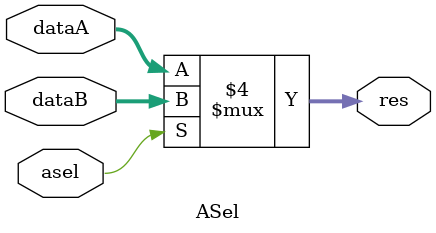
<source format=v>
`timescale 1ns / 1ps
module ASel(
    input asel,             // select control
    input [31:0] dataA,     // dataA
    input [31:0] dataB,     // dataB
    output reg [31:0] res   // result
    );
    always @(asel or dataB or dataA) begin
        if(asel==0) res <= dataA;
        else res <= dataB;
    end
endmodule

</source>
